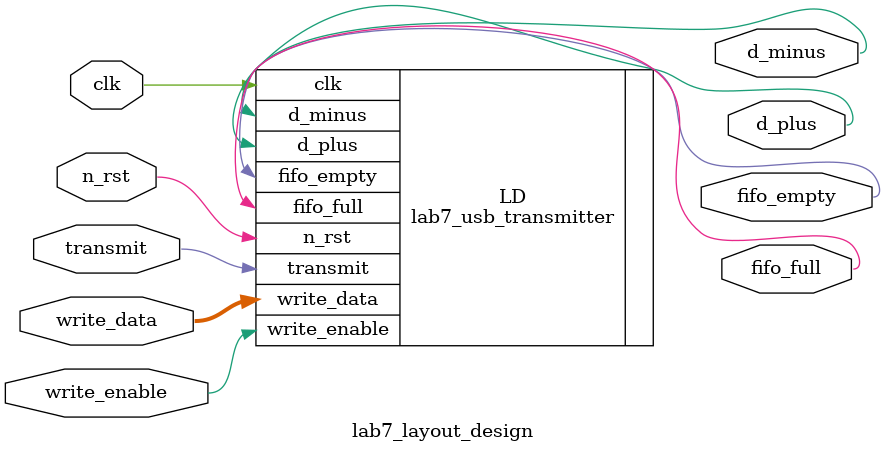
<source format=sv>

module lab7_layout_design
(
	input  wire clk,
	input  wire n_rst, 
	output wire d_plus,
	output wire d_minus,
	input  wire transmit,
	input  wire write_enable,
	input  wire [7:0] write_data,
	output wire fifo_empty,
	output wire fifo_full
);
	
	lab7_usb_transmitter LD
	(
		.clk(clk),
		.n_rst(n_rst),
		.d_plus(d_plus),
		.d_minus(d_minus),
		.transmit(transmit),
		.write_enable(write_enable),
		.write_data(write_data),
		.fifo_empty(fifo_empty),
		.fifo_full(fifo_full)
	);
	
endmodule

</source>
